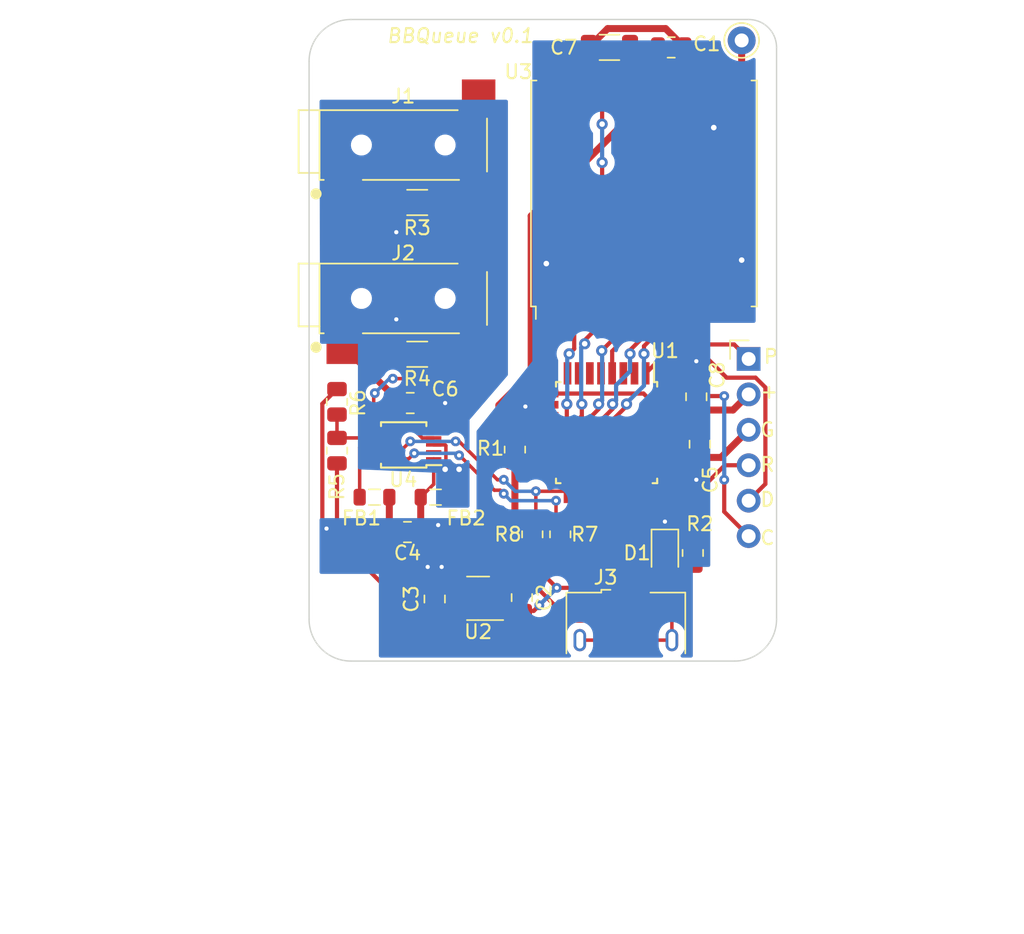
<source format=kicad_pcb>
(kicad_pcb (version 20221018) (generator pcbnew)
  (layers (0 "F.Cu" signal) (31 "B.Cu" signal) (34 "B.Paste" user) (35 "F.Paste" user) (36 "B.SilkS" user "B.Silkscreen") (37 "F.SilkS" user "F.Silkscreen") (38 "B.Mask" user) (39 "F.Mask" user) (44 "Edge.Cuts" user))
  (net 0 "")
  (net 1 "+5V")
  (net 2 "GND")
  (net 3 "+3.3V")
  (net 4 "/SWDIO")
  (net 5 "/SDA")
  (net 6 "/SCL")
  (net 7 "/D-")
  (net 8 "/D+")
  (net 19 "/RESET")
  (net 20 "/PA27")
  (net 21 "/SWCLK")
  (net 23 "/MISO")
  (net 24 "/MOSI")
  (net 25 "/SCK")
  (net 26 "/CSN")
  (net 27 "/RST")
  (net 29 "/ANT")
  (net 32 "/INTR")
  (net 38 "+3.3VA")
  (net 39 "GNDA")
  (net 40 "/PROBE_0")
  (net 41 "/PROBE_1")
  (net 43 "/BAT{slash}2")
  (net 44 "/PA08")
  (net 45 "/LED")
  (net 46 "unconnected-(J3-Shield-Pad6)")
  (net 47 "/PA00")
  (net 49 "/VDDCORE")
  (footprint "Package_SO:TSSOP-10_3x3mm_P0.5mm" (layer "F.Cu") (at 105.28 83.5 180)
    (fp_text reference "U4" (at 0.03 -2.5) (layer "F.SilkS"))
    (fp_text value "ADS1115IDGS")
    (pad "1" smd rect (at -2.15 -1 180) (size 1.1 0.25) (layers "F.Cu" "F.Paste" "F.Mask") (net 2 "GND"))
    (pad "2" smd rect (at -2.15 -0.5 180) (size 1.1 0.25) (layers "F.Cu" "F.Paste" "F.Mask"))
    (pad "3" smd rect (at -2.15 0 180) (size 1.1 0.25) (layers "F.Cu" "F.Paste" "F.Mask") (net 39 "GNDA"))
    (pad "4" smd rect (at -2.15 0.5 180) (size 1.1 0.25) (layers "F.Cu" "F.Paste" "F.Mask") (net 38 "+3.3VA"))
    (pad "5" smd rect (at -2.15 1 180) (size 1.1 0.25) (layers "F.Cu" "F.Paste" "F.Mask") (net 40 "/PROBE_0"))
    (pad "6" smd rect (at 2.15 1 180) (size 1.1 0.25) (layers "F.Cu" "F.Paste" "F.Mask") (net 41 "/PROBE_1"))
    (pad "7" smd rect (at 2.15 0.5 180) (size 1.1 0.25) (layers "F.Cu" "F.Paste" "F.Mask") (net 43 "/BAT{slash}2"))
    (pad "8" smd rect (at 2.15 0 180) (size 1.1 0.25) (layers "F.Cu" "F.Paste" "F.Mask") (net 38 "+3.3VA"))
    (pad "9" smd rect (at 2.15 -0.5 180) (size 1.1 0.25) (layers "F.Cu" "F.Paste" "F.Mask") (net 5 "/SDA"))
    (pad "10" smd rect (at 2.15 -1 180) (size 1.1 0.25) (layers "F.Cu" "F.Paste" "F.Mask") (net 6 "/SCL"))
  )
  (footprint "Inductor_SMD:L_0805_2012Metric" (layer "F.Cu") (at 107.5625 87.25)
    (fp_text reference "FB2" (at 2.1875 1.5) (layer "F.SilkS"))
    (fp_text value "FerriteBead_Small")
    (pad "1" smd roundrect (at -1.0625 0) (size 0.875 1.2) (layers "F.Cu" "F.Paste" "F.Mask") (net 2 "GND"))
    (pad "2" smd roundrect (at 1.0625 0) (size 0.875 1.2) (layers "F.Cu" "F.Paste" "F.Mask") (net 39 "GNDA"))
  )
  (footprint "Capacitor_SMD:C_1206_3216Metric" (layer "F.Cu") (at 120.025 55 180)
    (fp_text reference "C7" (at 3.275 0) (layer "F.SilkS"))
    (fp_text value "10uF")
    (pad "1" smd roundrect (at -1.475 0 180) (size 1.15 1.8) (layers "F.Cu" "F.Paste" "F.Mask") (roundrect_rratio 0.217391) (net 3 "+3.3V"))
    (pad "2" smd roundrect (at 1.475 0 180) (size 1.15 1.8) (layers "F.Cu" "F.Paste" "F.Mask") (roundrect_rratio 0.217391) (net 2 "GND"))
  )
  (footprint "MountingHole:MountingHole_2.2mm_M2" (layer "F.Cu") (at 101.5 56)
    (fp_text reference "H3")
    (fp_text value "MountingHole")
    (pad "" np_thru_hole circle (at 0 0) (size 2.2 2.2) (drill 2.2) (layers "*.Cu" "*.Mask"))
  )
  (footprint "Capacitor_SMD:C_0805_2012Metric" (layer "F.Cu") (at 105.75 80.5)
    (fp_text reference "C6" (at 2.5 -1) (layer "F.SilkS"))
    (fp_text value "0.1uF")
    (pad "1" smd roundrect (at -0.95 0) (size 1 1.45) (layers "F.Cu" "F.Paste" "F.Mask") (net 38 "+3.3VA"))
    (pad "2" smd roundrect (at 0.95 0) (size 1 1.45) (layers "F.Cu" "F.Paste" "F.Mask") (net 39 "GNDA"))
  )
  (footprint "Resistor_SMD:R_1206_3216Metric" (layer "F.Cu") (at 106.25 77 180)
    (fp_text reference "R4" (at 0 -1.75) (layer "F.SilkS"))
    (fp_text value "20k 0.5%")
    (pad "1" smd roundrect (at -1.4625 0 180) (size 1.125 1.75) (layers "F.Cu" "F.Paste" "F.Mask") (roundrect_rratio 0.222222) (net 41 "/PROBE_1"))
    (pad "2" smd roundrect (at 1.4625 0 180) (size 1.125 1.75) (layers "F.Cu" "F.Paste" "F.Mask") (roundrect_rratio 0.222222) (net 39 "GNDA"))
  )
  (footprint "Resistor_SMD:R_0805_2012Metric" (layer "F.Cu") (at 126 91.25 90)
    (fp_text reference "R2" (at 2.0875 0.5) (layer "F.SilkS"))
    (fp_text value "5.1k")
    (pad "1" smd roundrect (at -0.9125 0 90) (size 1.025 1.4) (layers "F.Cu" "F.Paste" "F.Mask") (roundrect_rratio 0.243902) (net 45 "/LED"))
    (pad "2" smd roundrect (at 0.9125 0 90) (size 1.025 1.4) (layers "F.Cu" "F.Paste" "F.Mask") (roundrect_rratio 0.243902) (net 20 "/PA27"))
  )
  (footprint "RF_Module:HOPERF_RFM9XW_SMD" (layer "F.Cu") (at 122.5 65.475 90)
    (fp_text reference "U3" (at 8.725 -9 180) (layer "F.SilkS"))
    (fp_text value "RFM69HCW")
    (pad "1" smd roundrect (at -7.525 -7 90) (size 2.95 1.27) (layers "F.Cu" "F.Paste" "F.Mask") (net 2 "GND"))
    (pad "2" smd roundrect (at -7.525 -5 90) (size 2.95 1.27) (layers "F.Cu" "F.Paste" "F.Mask") (net 23 "/MISO"))
    (pad "3" smd roundrect (at -7.525 -3 90) (size 2.95 1.27) (layers "F.Cu" "F.Paste" "F.Mask") (net 24 "/MOSI"))
    (pad "4" smd roundrect (at -7.525 -1 90) (size 2.95 1.27) (layers "F.Cu" "F.Paste" "F.Mask") (net 25 "/SCK"))
    (pad "5" smd roundrect (at -7.525 1 90) (size 2.95 1.27) (layers "F.Cu" "F.Paste" "F.Mask") (net 26 "/CSN"))
    (pad "6" smd roundrect (at -7.525 3 90) (size 2.95 1.27) (layers "F.Cu" "F.Paste" "F.Mask") (net 27 "/RST"))
    (pad "7" smd roundrect (at -7.525 5 90) (size 2.95 1.27) (layers "F.Cu" "F.Paste" "F.Mask"))
    (pad "8" smd roundrect (at -7.525 7 90) (size 2.95 1.27) (layers "F.Cu" "F.Paste" "F.Mask") (net 2 "GND"))
    (pad "9" smd roundrect (at 7.525 7 90) (size 2.95 1.27) (layers "F.Cu" "F.Paste" "F.Mask") (net 29 "/ANT"))
    (pad "10" smd roundrect (at 7.525 5 90) (size 2.95 1.27) (layers "F.Cu" "F.Paste" "F.Mask") (net 2 "GND"))
    (pad "11" smd roundrect (at 7.525 3 90) (size 2.95 1.27) (layers "F.Cu" "F.Paste" "F.Mask"))
    (pad "12" smd roundrect (at 7.525 1 90) (size 2.95 1.27) (layers "F.Cu" "F.Paste" "F.Mask"))
    (pad "13" smd roundrect (at 7.525 -1 90) (size 2.95 1.27) (layers "F.Cu" "F.Paste" "F.Mask") (net 3 "+3.3V"))
    (pad "14" smd roundrect (at 7.525 -3 90) (size 2.95 1.27) (layers "F.Cu" "F.Paste" "F.Mask") (net 32 "/INTR"))
    (pad "15" smd roundrect (at 7.525 -5 90) (size 2.95 1.27) (layers "F.Cu" "F.Paste" "F.Mask"))
    (pad "16" smd roundrect (at 7.525 -7 90) (size 2.95 1.27) (layers "F.Cu" "F.Paste" "F.Mask"))
  )
  (footprint "Capacitor_SMD:C_0805_2012Metric" (layer "F.Cu") (at 126.25 80.05 90)
    (fp_text reference "C8" (at 1.55 1.5 90) (layer "F.SilkS"))
    (fp_text value "100nF")
    (pad "1" smd roundrect (at -0.95 0 90) (size 1 1.45) (layers "F.Cu" "F.Paste" "F.Mask") (net 3 "+3.3V"))
    (pad "2" smd roundrect (at 0.95 0 90) (size 1 1.45) (layers "F.Cu" "F.Paste" "F.Mask") (net 2 "GND"))
  )
  (footprint "Resistor_SMD:R_1206_3216Metric" (layer "F.Cu") (at 106.25 66.12 180)
    (fp_text reference "R3" (at 0 -1.82) (layer "F.SilkS"))
    (fp_text value "20k 0.5%")
    (pad "1" smd roundrect (at -1.4625 0 180) (size 1.125 1.75) (layers "F.Cu" "F.Paste" "F.Mask") (roundrect_rratio 0.222222) (net 40 "/PROBE_0"))
    (pad "2" smd roundrect (at 1.4625 0 180) (size 1.125 1.75) (layers "F.Cu" "F.Paste" "F.Mask") (roundrect_rratio 0.222222) (net 39 "GNDA"))
  )
  (footprint "LED_SMD:LED_0805_2012Metric" (layer "F.Cu") (at 124 91.25 -90)
    (fp_text reference "D1" (at 0 2 -180) (layer "F.SilkS"))
    (fp_text value "LED")
    (pad "1" smd roundrect (at -0.9375 0 270) (size 0.975 1.4) (layers "F.Cu" "F.Paste" "F.Mask") (net 2 "GND"))
    (pad "2" smd roundrect (at 0.9375 0 270) (size 0.975 1.4) (layers "F.Cu" "F.Paste" "F.Mask") (net 45 "/LED"))
  )
  (footprint "MJ_2523_SMT_TR:CUI_MJ-2523-SMT" (layer "F.Cu") (at 105.25 73)
    (fp_text reference "J2" (at 0 -3.25) (layer "F.SilkS") (effects (font (size 1.000567 1.000567))))
    (fp_text value "MJ-2523-SMT")
    (pad "" np_thru_hole circle (at -3 0) (size 1 1) (drill 1) (layers "*.Cu" "*.Mask"))
    (pad "" np_thru_hole circle (at 3 0) (size 1 1) (drill 1) (layers "*.Cu" "*.Mask"))
    (pad "1" smd rect (at -4.3 3.3 90) (size 2.8 2.4) (layers "F.Cu" "F.Paste" "F.Mask") (net 38 "+3.3VA"))
    (pad "2" smd rect (at 5.4 3.45 90) (size 2.5 2.4) (layers "F.Cu" "F.Paste" "F.Mask") (net 41 "/PROBE_1"))
    (pad "4" smd rect (at 5.4 -3.45 90) (size 2.5 2.4) (layers "F.Cu" "F.Paste" "F.Mask"))
  )
  (footprint "Capacitor_SMD:C_0805_2012Metric" (layer "F.Cu") (at 126.5 83.45 -90)
    (fp_text reference "C5" (at 2.55 -0.75 90) (layer "F.SilkS"))
    (fp_text value "1uF")
    (pad "1" smd roundrect (at -0.95 0 270) (size 1 1.45) (layers "F.Cu" "F.Paste" "F.Mask") (net 49 "/VDDCORE"))
    (pad "2" smd roundrect (at 0.95 0 270) (size 1 1.45) (layers "F.Cu" "F.Paste" "F.Mask") (net 2 "GND"))
  )
  (footprint "Connector_PinHeader_2.54mm:PinHeader_1x06_P2.54mm_Vertical" (layer "F.Cu") (at 130 77.34)
    (fp_text reference "DBG1")
    (fp_text value "Conn_01x06_Pin")
    (pad "1" thru_hole rect (at 0 0) (size 1.7 1.7) (drill 1) (layers "*.Cu" "*.Mask") (net 47 "/PA00"))
    (pad "2" thru_hole oval (at 0 2.54) (size 1.7 1.7) (drill 1) (layers "*.Cu" "*.Mask") (net 3 "+3.3V"))
    (pad "3" thru_hole oval (at 0 5.08) (size 1.7 1.7) (drill 1) (layers "*.Cu" "*.Mask") (net 2 "GND"))
    (pad "4" thru_hole oval (at 0 7.62) (size 1.7 1.7) (drill 1) (layers "*.Cu" "*.Mask") (net 19 "/RESET"))
    (pad "5" thru_hole oval (at 0 10.16) (size 1.7 1.7) (drill 1) (layers "*.Cu" "*.Mask") (net 4 "/SWDIO"))
    (pad "6" thru_hole oval (at 0 12.7) (size 1.7 1.7) (drill 1) (layers "*.Cu" "*.Mask") (net 21 "/SWCLK"))
  )
  (footprint "Connector_USB:USB_Micro-B_Amphenol_10118193-0001LF_Horizontal" (layer "F.Cu") (at 121.2 97.5)
    (fp_text reference "J3" (at -1.45 -4.5) (layer "F.SilkS"))
    (fp_text value "USB_B_Micro")
    (pad "1" smd roundrect (at -1.3 -2.675) (size 0.4 1.35) (layers "F.Cu" "F.Paste" "F.Mask") (net 1 "+5V"))
    (pad "2" smd roundrect (at -0.65 -2.675) (size 0.4 1.35) (layers "F.Cu" "F.Paste" "F.Mask") (net 7 "/D-"))
    (pad "3" smd roundrect (at 0 -2.675) (size 0.4 1.35) (layers "F.Cu" "F.Paste" "F.Mask") (net 8 "/D+"))
    (pad "4" smd roundrect (at 0.65 -2.675) (size 0.4 1.35) (layers "F.Cu" "F.Paste" "F.Mask"))
    (pad "5" smd roundrect (at 1.3 -2.675) (size 0.4 1.35) (layers "F.Cu" "F.Paste" "F.Mask") (net 2 "GND"))
    (pad "6" thru_hole oval (at -3.3 0 90) (size 1.6 0.9) (drill oval 1.2 0.5) (layers "*.Cu" "*.Mask" "F.Paste") (net 46 "unconnected-(J3-Shield-Pad6)"))
    (pad "6" smd roundrect (at -3.2 -2.45) (size 1.6 1.4) (layers "F.Cu" "F.Paste" "F.Mask") (roundrect_rratio 0.1785714286) (net 46 "unconnected-(J3-Shield-Pad6)"))
    (pad "6" smd roundrect (at -1.2 0) (size 1.9 1.9) (layers "F.Cu" "F.Paste" "F.Mask") (roundrect_rratio 0.1315789474) (net 46 "unconnected-(J3-Shield-Pad6)"))
    (pad "6" smd roundrect (at 1.2 0) (size 1.9 1.9) (layers "F.Cu" "F.Paste" "F.Mask") (roundrect_rratio 0.1315789474) (net 46 "unconnected-(J3-Shield-Pad6)"))
    (pad "6" smd roundrect (at 3.2 -2.45) (size 1.6 1.4) (layers "F.Cu" "F.Paste" "F.Mask") (roundrect_rratio 0.1785714286) (net 46 "unconnected-(J3-Shield-Pad6)"))
    (pad "6" thru_hole oval (at 3.3 0 90) (size 1.6 0.9) (drill oval 1.2 0.5) (layers "*.Cu" "*.Mask" "F.Paste") (net 46 "unconnected-(J3-Shield-Pad6)"))
  )
  (footprint "Resistor_SMD:R_0805_2012Metric" (layer "F.Cu") (at 100.5 83.9125 90)
    (fp_text reference "R5" (at -2.5875 0 90) (layer "F.SilkS"))
    (fp_text value "100k 0.5%")
    (pad "1" smd roundrect (at -0.9125 0 90) (size 1.025 1.4) (layers "F.Cu" "F.Paste" "F.Mask") (roundrect_rratio 0.243902) (net 1 "+5V"))
    (pad "2" smd roundrect (at 0.9125 0 90) (size 1.025 1.4) (layers "F.Cu" "F.Paste" "F.Mask") (roundrect_rratio 0.243902) (net 43 "/BAT{slash}2"))
  )
  (footprint "Resistor_SMD:R_0805_2012Metric" (layer "F.Cu") (at 116.5 89.9125 -90)
    (fp_text reference "R7" (at 0 -1.75 -180) (layer "F.SilkS"))
    (fp_text value "10k")
    (pad "1" smd roundrect (at -0.9125 0 270) (size 1.025 1.4) (layers "F.Cu" "F.Paste" "F.Mask") (roundrect_rratio 0.243902) (net 6 "/SCL"))
    (pad "2" smd roundrect (at 0.9125 0 270) (size 1.025 1.4) (layers "F.Cu" "F.Paste" "F.Mask") (roundrect_rratio 0.243902) (net 3 "+3.3V"))
  )
  (footprint "Inductor_SMD:L_0805_2012Metric" (layer "F.Cu") (at 103.1875 87.25 180)
    (fp_text reference "FB1" (at 0.9375 -1.5) (layer "F.SilkS"))
    (fp_text value "FerriteBead_Small")
    (pad "1" smd roundrect (at -1.0625 0 180) (size 0.875 1.2) (layers "F.Cu" "F.Paste" "F.Mask") (net 3 "+3.3V"))
    (pad "2" smd roundrect (at 1.0625 0 180) (size 0.875 1.2) (layers "F.Cu" "F.Paste" "F.Mask") (net 38 "+3.3VA"))
  )
  (footprint "Capacitor_SMD:C_0805_2012Metric" (layer "F.Cu") (at 113.75 94.45 90)
    (fp_text reference "C2" (at 0 1.6 90) (layer "F.SilkS"))
    (fp_text value "10uF")
    (pad "1" smd roundrect (at -0.95 0 90) (size 1 1.45) (layers "F.Cu" "F.Paste" "F.Mask") (net 1 "+5V"))
    (pad "2" smd roundrect (at 0.95 0 90) (size 1 1.45) (layers "F.Cu" "F.Paste" "F.Mask") (net 2 "GND"))
  )
  (footprint "Package_TO_SOT_SMD:SOT-23-5" (layer "F.Cu") (at 110.6125 94.5 180)
    (fp_text reference "U2" (at 0 -2.4) (layer "F.SilkS"))
    (fp_text value "AP2112K-3.3")
    (pad "1" smd roundrect (at -1.1375 -0.95 180) (size 1.325 0.6) (layers "F.Cu" "F.Paste" "F.Mask") (net 1 "+5V"))
    (pad "2" smd roundrect (at -1.1375 0 180) (size 1.325 0.6) (layers "F.Cu" "F.Paste" "F.Mask") (net 2 "GND"))
    (pad "3" smd roundrect (at -1.1375 0.95 180) (size 1.325 0.6) (layers "F.Cu" "F.Paste" "F.Mask") (net 1 "+5V"))
    (pad "4" smd roundrect (at 1.1375 0.95 180) (size 1.325 0.6) (layers "F.Cu" "F.Paste" "F.Mask"))
    (pad "5" smd roundrect (at 1.1375 -0.95 180) (size 1.325 0.6) (layers "F.Cu" "F.Paste" "F.Mask") (net 3 "+3.3V"))
  )
  (footprint "Resistor_SMD:R_0805_2012Metric" (layer "F.Cu") (at 114.5 89.9125 -90)
    (fp_text reference "R8" (at 0 1.75 -180) (layer "F.SilkS"))
    (fp_text value "10k")
    (pad "1" smd roundrect (at -0.9125 0 270) (size 1.025 1.4) (layers "F.Cu" "F.Paste" "F.Mask") (roundrect_rratio 0.243902) (net 5 "/SDA"))
    (pad "2" smd roundrect (at 0.9125 0 270) (size 1.025 1.4) (layers "F.Cu" "F.Paste" "F.Mask") (roundrect_rratio 0.243902) (net 3 "+3.3V"))
  )
  (footprint "Capacitor_SMD:C_0805_2012Metric" (layer "F.Cu") (at 124.45 55)
    (fp_text reference "C1" (at 2.55 -0.25) (layer "F.SilkS"))
    (fp_text value "0.1uF")
    (pad "1" smd roundrect (at -0.95 0) (size 1 1.45) (layers "F.Cu" "F.Paste" "F.Mask") (net 3 "+3.3V"))
    (pad "2" smd roundrect (at 0.95 0) (size 1 1.45) (layers "F.Cu" "F.Paste" "F.Mask") (net 2 "GND"))
  )
  (footprint "Capacitor_SMD:C_0805_2012Metric" (layer "F.Cu") (at 107.5 94.55 90)
    (fp_text reference "C3" (at 0 -1.68 90) (layer "F.SilkS"))
    (fp_text value "10uF")
    (pad "1" smd roundrect (at -0.95 0 90) (size 1 1.45) (layers "F.Cu" "F.Paste" "F.Mask") (net 3 "+3.3V"))
    (pad "2" smd roundrect (at 0.95 0 90) (size 1 1.45) (layers "F.Cu" "F.Paste" "F.Mask") (net 2 "GND"))
  )
  (footprint "MJ_2523_SMT_TR:CUI_MJ-2523-SMT" (layer "F.Cu") (at 105.25 62)
    (fp_text reference "J1" (at 0 -3.5) (layer "F.SilkS") (effects (font (size 1.000567 1.000567))))
    (fp_text value "MJ-2523-SMT")
    (pad "" np_thru_hole circle (at -3 0) (size 1 1) (drill 1) (layers "*.Cu" "*.Mask"))
    (pad "" np_thru_hole circle (at 3 0) (size 1 1) (drill 1) (layers "*.Cu" "*.Mask"))
    (pad "1" smd rect (at -4.3 3.3 90) (size 2.8 2.4) (layers "F.Cu" "F.Paste" "F.Mask") (net 38 "+3.3VA"))
    (pad "2" smd rect (at 5.4 3.45 90) (size 2.5 2.4) (layers "F.Cu" "F.Paste" "F.Mask") (net 40 "/PROBE_0"))
    (pad "4" smd rect (at 5.4 -3.45 90) (size 2.5 2.4) (layers "F.Cu" "F.Paste" "F.Mask"))
  )
  (footprint "Resistor_SMD:R_0805_2012Metric" (layer "F.Cu") (at 113.25 83.8375 90)
    (fp_text reference "R1" (at 0.0875 -1.75 180) (layer "F.SilkS"))
    (fp_text value "5.1k")
    (pad "1" smd roundrect (at -0.9125 0 90) (size 1.025 1.4) (layers "F.Cu" "F.Paste" "F.Mask") (roundrect_rratio 0.243902) (net 3 "+3.3V"))
    (pad "2" smd roundrect (at 0.9125 0 90) (size 1.025 1.4) (layers "F.Cu" "F.Paste" "F.Mask") (roundrect_rratio 0.243902) (net 44 "/PA08"))
  )
  (footprint "Connector_Pin:Pin_D1.0mm_L10.0mm" (layer "F.Cu") (at 129.5 54.5)
    (fp_text reference "ANT1")
    (fp_text value "Conn_01x01_Pin")
    (pad "1" thru_hole circle (at 0 0) (size 2 2) (drill 1) (layers "*.Cu" "*.Mask") (net 29 "/ANT"))
  )
  (footprint "MountingHole:MountingHole_2.2mm_M2" (layer "F.Cu") (at 129 96)
    (fp_text reference "H1")
    (fp_text value "MountingHole")
    (pad "" np_thru_hole circle (at 0 0) (size 2.2 2.2) (drill 2.2) (layers "*.Cu" "*.Mask"))
  )
  (footprint "Package_QFP:TQFP-32_7x7mm_P0.8mm" (layer "F.Cu") (at 119.82 82.62 -90)
    (fp_text reference "U1" (at -5.87 -4.18 -180) (layer "F.SilkS"))
    (fp_text value "ATSAMD21E18A-A")
    (pad "1" smd rect (at -4.25 -2.8 270) (size 1.6 0.55) (layers "F.Cu" "F.Paste" "F.Mask") (net 47 "/PA00"))
    (pad "2" smd rect (at -4.25 -2 270) (size 1.6 0.55) (layers "F.Cu" "F.Paste" "F.Mask"))
    (pad "3" smd rect (at -4.25 -1.2 270) (size 1.6 0.55) (layers "F.Cu" "F.Paste" "F.Mask"))
    (pad "4" smd rect (at -4.25 -0.4 270) (size 1.6 0.55) (layers "F.Cu" "F.Paste" "F.Mask") (net 32 "/INTR"))
    (pad "5" smd rect (at -4.25 0.4 270) (size 1.6 0.55) (layers "F.Cu" "F.Paste" "F.Mask"))
    (pad "6" smd rect (at -4.25 1.2 270) (size 1.6 0.55) (layers "F.Cu" "F.Paste" "F.Mask"))
    (pad "7" smd rect (at -4.25 2 270) (size 1.6 0.55) (layers "F.Cu" "F.Paste" "F.Mask"))
    (pad "8" smd rect (at -4.25 2.8 270) (size 1.6 0.55) (layers "F.Cu" "F.Paste" "F.Mask"))
    (pad "9" smd rect (at -2.8 4.25) (size 1.6 0.55) (layers "F.Cu" "F.Paste" "F.Mask") (net 3 "+3.3V"))
    (pad "10" smd rect (at -2 4.25) (size 1.6 0.55) (layers "F.Cu" "F.Paste" "F.Mask") (net 2 "GND"))
    (pad "11" smd rect (at -1.2 4.25) (size 1.6 0.55) (layers "F.Cu" "F.Paste" "F.Mask") (net 44 "/PA08"))
    (pad "12" smd rect (at -0.4 4.25) (size 1.6 0.55) (layers "F.Cu" "F.Paste" "F.Mask") (net 23 "/MISO"))
    (pad "13" smd rect (at 0.4 4.25) (size 1.6 0.55) (layers "F.Cu" "F.Paste" "F.Mask") (net 24 "/MOSI"))
    (pad "14" smd rect (at 1.2 4.25) (size 1.6 0.55) (layers "F.Cu" "F.Paste" "F.Mask") (net 25 "/SCK"))
    (pad "15" smd rect (at 2 4.25) (size 1.6 0.55) (layers "F.Cu" "F.Paste" "F.Mask") (net 26 "/CSN"))
    (pad "16" smd rect (at 2.8 4.25) (size 1.6 0.55) (layers "F.Cu" "F.Paste" "F.Mask") (net 27 "/RST"))
    (pad "17" smd rect (at 4.25 2.8 270) (size 1.6 0.55) (layers "F.Cu" "F.Paste" "F.Mask") (net 5 "/SDA"))
    (pad "18" smd rect (at 4.25 2 270) (size 1.6 0.55) (layers "F.Cu" "F.Paste" "F.Mask") (net 6 "/SCL"))
    (pad "19" smd rect (at 4.25 1.2 270) (size 1.6 0.55) (layers "F.Cu" "F.Paste" "F.Mask"))
    (pad "20" smd rect (at 4.25 0.4 270) (size 1.6 0.55) (layers "F.Cu" "F.Paste" "F.Mask"))
    (pad "21" smd rect (at 4.25 -0.4 270) (size 1.6 0.55) (layers "F.Cu" "F.Paste" "F.Mask"))
    (pad "22" smd rect (at 4.25 -1.2 270) (size 1.6 0.55) (layers "F.Cu" "F.Paste" "F.Mask"))
    (pad "23" smd rect (at 4.25 -2 270) (size 1.6 0.55) (layers "F.Cu" "F.Paste" "F.Mask") (net 7 "/D-"))
    (pad "24" smd rect (at 4.25 -2.8 270) (size 1.6 0.55) (layers "F.Cu" "F.Paste" "F.Mask") (net 8 "/D+"))
    (pad "25" smd rect (at 2.8 -4.25) (size 1.6 0.55) (layers "F.Cu" "F.Paste" "F.Mask") (net 20 "/PA27"))
    (pad "26" smd rect (at 2 -4.25) (size 1.6 0.55) (layers "F.Cu" "F.Paste" "F.Mask") (net 19 "/RESET"))
    (pad "27" smd rect (at 1.2 -4.25) (size 1.6 0.55) (layers "F.Cu" "F.Paste" "F.Mask"))
    (pad "28" smd rect (at 0.4 -4.25) (size 1.6 0.55) (layers "F.Cu" "F.Paste" "F.Mask") (net 2 "GND"))
    (pad "29" smd rect (at -0.4 -4.25) (size 1.6 0.55) (layers "F.Cu" "F.Paste" "F.Mask") (net 49 "/VDDCORE"))
    (pad "30" smd rect (at -1.2 -4.25) (size 1.6 0.55) (layers "F.Cu" "F.Paste" "F.Mask") (net 3 "+3.3V"))
    (pad "31" smd rect (at -2 -4.25) (size 1.6 0.55) (layers "F.Cu" "F.Paste" "F.Mask") (net 21 "/SWCLK"))
    (pad "32" smd rect (at -2.8 -4.25) (size 1.6 0.55) (layers "F.Cu" "F.Paste" "F.Mask") (net 4 "/SWDIO"))
  )
  (footprint "Resistor_SMD:R_0805_2012Metric" (layer "F.Cu") (at 100.5 80.4125 90)
    (fp_text reference "R6" (at -0.0875 1.5 90) (layer "F.SilkS"))
    (fp_text value "100k 0.5%")
    (pad "1" smd roundrect (at -0.9125 0 90) (size 1.025 1.4) (layers "F.Cu" "F.Paste" "F.Mask") (roundrect_rratio 0.243902) (net 43 "/BAT{slash}2"))
    (pad "2" smd roundrect (at 0.9125 0 90) (size 1.025 1.4) (layers "F.Cu" "F.Paste" "F.Mask") (roundrect_rratio 0.243902) (net 2 "GND"))
  )
  (footprint "MountingHole:MountingHole_2.2mm_M2" (layer "F.Cu") (at 101.5 96)
    (fp_text reference "H2")
    (fp_text value "MountingHole")
    (pad "" np_thru_hole circle (at 0 0) (size 2.2 2.2) (drill 2.2) (layers "*.Cu" "*.Mask"))
  )
  (footprint "Capacitor_SMD:C_0805_2012Metric" (layer "F.Cu") (at 105.55 89.75)
    (fp_text reference "C4" (at 0 1.5) (layer "F.SilkS"))
    (fp_text value "1uF")
    (pad "1" smd roundrect (at -0.95 0) (size 1 1.45) (layers "F.Cu" "F.Paste" "F.Mask") (net 3 "+3.3V"))
    (pad "2" smd roundrect (at 0.95 0) (size 1 1.45) (layers "F.Cu" "F.Paste" "F.Mask") (net 2 "GND"))
  )
  (gr_arc locked (start 132 96) (mid 131.12132 98.12132) (end 129 99) (stroke (width 0.1)) (layer "Edge.Cuts"))
  (gr_line (start 98.5 56) (end 98.5 96) (stroke (width 0.1)) (layer "Edge.Cuts"))
  (gr_arc (start 98.5 56) (mid 99.37868 53.87868) (end 101.5 53) (stroke (width 0.1)) (layer "Edge.Cuts"))
  (gr_arc (start 101.5 99) (mid 99.37868 98.12132) (end 98.5 96) (stroke (width 0.1)) (layer "Edge.Cuts"))
  (gr_arc (start 130 53) (mid 131.414214 53.585786) (end 132 55) (stroke (width 0.1)) (layer "Edge.Cuts"))
  (gr_line (start 130 53) (end 101.5 53) (stroke (width 0.1)) (layer "Edge.Cuts"))
  (gr_line (start 101.5 99) (end 129 99) (stroke (width 0.1)) (layer "Edge.Cuts"))
  (gr_line (start 132 96) (end 132 55) (stroke (width 0.1)) (layer "Edge.Cuts"))
  (gr_text "G" (at 130.75 83) (layer "F.SilkS") (effects (font (size 1 1)) (justify left bottom)))
  (gr_text "C" (at 130.75 90.75) (layer "F.SilkS") (effects (font (size 1 1)) (justify left bottom)))
  (gr_text "D" (at 130.75 88) (layer "F.SilkS") (effects (font (size 1 1)) (justify left bottom)))
  (gr_text "+" (at 130.75 80.25) (layer "F.SilkS") (effects (font (size 1 1)) (justify left bottom)))
  (gr_text "P" (at 131 77.75) (layer "F.SilkS") (effects (font (size 1 1)) (justify left bottom)))
  (gr_text "R" (at 130.75 85.5) (layer "F.SilkS") (effects (font (size 1 1)) (justify left bottom)))
  (gr_text "BBQueue v0.1" (at 104 54.75) (layer "F.SilkS") (effects (font (size 1 1) (thickness 0.15) italic) (justify left bottom)))
  (segment (start 100.5 84.825) (end 100.5 90.21434) (width 0.3) (layer "F.Cu") (net 1))
  (segment (start 113.7 95.45) (end 113.75 95.4) (width 0.5) (layer "F.Cu") (net 1))
  (segment (start 114.6 95.4) (end 115 95) (width 0.3) (layer "F.Cu") (net 1))
  (segment (start 100.5 90.21434) (end 106.63566 96.35) (width 0.3) (layer "F.Cu") (net 1))
  (segment (start 110.85 96.35) (end 111.75 95.45) (width 0.3) (layer "F.Cu") (net 1))
  (segment (start 118.825 93.75) (end 119.9 94.825) (width 0.3) (layer "F.Cu") (net 1))
  (segment (start 116.25 93.75) (end 118.825 93.75) (width 0.3) (layer "F.Cu") (net 1))
  (segment (start 112.65 92.65) (end 111.75 93.55) (width 0.3) (layer "F.Cu") (net 1))
  (segment (start 116.25 93.75) (end 115.15 92.65) (width 0.3) (layer "F.Cu") (net 1))
  (segment (start 113.75 95.4) (end 114.6 95.4) (width 0.3) (layer "F.Cu") (net 1))
  (segment (start 115.15 92.65) (end 112.65 92.65) (width 0.3) (layer "F.Cu") (net 1))
  (segment (start 111.75 95.45) (end 113.7 95.45) (width 0.5) (layer "F.Cu") (net 1))
  (segment (start 106.63566 96.35) (end 110.85 96.35) (width 0.3) (layer "F.Cu") (net 1))
  (via (at 115 95) (size 0.7) (drill 0.3) (layers "F.Cu" "B.Cu") (net 1))
  (via (at 116.25 93.75) (size 0.7) (drill 0.3) (layers "F.Cu" "B.Cu") (net 1))
  (segment (start 115 95) (end 116.25 93.75) (width 0.3) (layer "B.Cu") (net 1))
  (segment (start 115.57 80.62) (end 114.13 80.62) (width 0.3) (layer "F.Cu") (net 2))
  (segment (start 118.55 55) (end 119.9 53.65) (width 0.5) (layer "F.Cu") (net 2))
  (segment (start 125.4 55) (end 127.5 57.1) (width 0.5) (layer "F.Cu") (net 2))
  (segment (start 99.75 89.5) (end 99.45 89.2) (width 0.3) (layer "F.Cu") (net 2))
  (segment (start 126.25 79.1) (end 126.25 77.5) (width 0.5) (layer "F.Cu") (net 2))
  (segment (start 107.5 92.75) (end 107 92.25) (width 0.5) (layer "F.Cu") (net 2))
  (segment (start 127.5 57.1) (end 127.5 57.95) (width 0.5) (layer "F.Cu") (net 2))
  (segment (start 126.25 84.65) (end 126.25 86) (width 0.5) (layer "F.Cu") (net 2))
  (segment (start 107.5 92.75) (end 108 92.25) (width 0.5) (layer "F.Cu") (net 2))
  (segment (start 107.5 93.6) (end 108.4 94.5) (width 0.5) (layer "F.Cu") (net 2))
  (segment (start 119.9 53.65) (end 124.05 53.65) (width 0.5) (layer "F.Cu") (net 2))
  (segment (start 108.4 94.5) (end 111.75 94.5) (width 0.5) (layer "F.Cu") (net 2))
  (segment (start 122.5 95.486396) (end 121.886396 96.1) (width 0.3) (layer "F.Cu") (net 2))
  (segment (start 107 89.25) (end 107.75 89.25) (width 0.5) (layer "F.Cu") (net 2))
  (segment (start 129.5 73) (end 129.5 70.25) (width 0.5) (layer "F.Cu") (net 2))
  (segment (start 122.5 94.825) (end 122.5 95.486396) (width 0.3) (layer "F.Cu") (net 2))
  (segment (start 124.07 83.02) (end 125.12 83.02) (width 0.3) (layer "F.Cu") (net 2))
  (segment (start 107.5 93.6) (end 107.5 92.75) (width 0.5) (layer "F.Cu") (net 2))
  (segment (start 128.02 84.4) (end 130 82.42) (width 0.5) (layer "F.Cu") (net 2))
  (segment (start 106.5 87.25) (end 106.5 89.75) (width 0.5) (layer "F.Cu") (net 2))
  (segment (start 124 90.3125) (end 124 89) (width 0.5) (layer "F.Cu") (net 2))
  (segment (start 114.601472 93.5) (end 113.75 93.5) (width 0.3) (layer "F.Cu") (net 2))
  (segment (start 124.05 53.65) (end 125.4 55) (width 0.5) (layer "F.Cu") (net 2))
  (segment (start 107.43 84.5) (end 107.43 86.32) (width 0.25) (layer "F.Cu") (net 2))
  (segment (start 111.75 94.5) (end 112.75 94.5) (width 0.5) (layer "F.Cu") (net 2))
  (segment (start 126.5 84.4) (end 126.25 84.65) (width 0.5) (layer "F.Cu") (net 2))
  (segment (start 107.43 86.32) (end 106.5 87.25) (width 0.25) (layer "F.Cu") (net 2))
  (segment (start 121.886396 96.1) (end 117.201472 96.1) (width 0.3) (layer "F.Cu") (net 2))
  (segment (start 127.5 57.95) (end 127.5 60.75) (width 0.5) (layer "F.Cu") (net 2))
  (segment (start 112.75 94.5) (end 113.75 93.5) (width 0.5) (layer "F.Cu") (net 2))
  (segment (start 99.45 80.55) (end 100.5 79.5) (width 0.3) (layer "F.Cu") (net 2))
  (segment (start 106.5 89.75) (end 107 89.25) (width 0.5) (layer "F.Cu") (net 2))
  (segment (start 114.13 80.62) (end 114 80.75) (width 0.3) (layer "F.Cu") (net 2))
  (segment (start 125.12 83.02) (end 126.5 84.4) (width 0.3) (layer "F.Cu") (net 2))
  (segment (start 115.5 73) (end 115.5 70.5) (width 0.5) (layer "F.Cu") (net 2))
  (segment (start 117.201472 96.1) (end 114.601472 93.5) (width 0.3) (layer "F.Cu") (net 2))
  (segment (start 99.45 89.2) (end 99.45 80.55) (width 0.3) (layer "F.Cu") (net 2))
  (segment (start 126.5 84.4) (end 128.02 84.4) (width 0.5) (layer "F.Cu") (net 2))
  (via (at 127.5 60.75) (size 0.8) (drill 0.4) (layers "F.Cu" "B.Cu") (net 2))
  (via (at 108 92.25) (size 0.7) (drill 0.3) (layers "F.Cu" "B.Cu") (net 2))
  (via (at 115.5 70.5) (size 0.8) (drill 0.4) (layers "F.Cu" "B.Cu") (net 2))
  (via (at 124 89) (size 0.7) (drill 0.3) (layers "F.Cu" "B.Cu") (net 2))
  (via (at 107 92.25) (size 0.7) (drill 0.3) (layers "F.Cu" "B.Cu") (net 2))
  (via (at 114 80.75) (size 0.7) (drill 0.3) (layers "F.Cu" "B.Cu") (net 2))
  (via (at 126.25 86) (size 0.7) (drill 0.3) (layers "F.Cu" "B.Cu") (net 2))
  (via (at 99.75 89.5) (size 0.7) (drill 0.3) (layers "F.Cu" "B.Cu") (net 2))
  (via (at 126.25 77.5) (size 0.7) (drill 0.3) (layers "F.Cu" "B.Cu") (net 2))
  (via (at 129.5 70.25) (size 0.8) (drill 0.4) (layers "F.Cu" "B.Cu") (net 2))
  (via (at 107.75 89.25) (size 0.7) (drill 0.3) (layers "F.Cu" "B.Cu") (net 2))
  (segment (start 121.6 57.85) (end 121.5 57.95) (width 0.5) (layer "F.Cu") (net 3))
  (segment (start 121.5 55) (end 121.6 55) (width 0.5) (layer "F.Cu") (net 3))
  (segment (start 113.25 84.75) (end 113.25 90.825) (width 0.5) (layer "F.Cu") (net 3))
  (segment (start 121.6 55) (end 121.6 57.85) (width 0.5) (layer "F.Cu") (net 3))
  (segment (start 113.25 84.75) (end 112.1 83.6) (width 0.5) (layer "F.Cu") (net 3))
  (segment (start 114.82 79.82) (end 113.875 78.875) (width 0.3) (layer "F.Cu") (net 3))
  (segment (start 109.475 95.45) (end 107.55 95.45) (width 0.5) (layer "F.Cu") (net 3))
  (segment (start 115.57 79.82) (end 114.82 79.82) (width 0.3) (layer "F.Cu") (net 3))
  (segment (start 112.1 80.65) (end 113.875 78.875) (width 0.5) (layer "F.Cu") (net 3))
  (segment (start 128.88 81) (end 130 79.88) (width 0.5) (layer "F.Cu") (net 3))
  (segment (start 113.25 90.825) (end 114.5 90.825) (width 0.5) (layer "F.Cu") (net 3))
  (segment (start 107.5 95.5) (end 107.118629 95.5) (width 0.5) (layer "F.Cu") (net 3))
  (segment (start 122.92 81.245) (end 123.095 81.42) (width 0.3) (layer "F.Cu") (net 3))
  (segment (start 113.875 78.875) (end 114.415 78.335) (width 0.5) (layer "F.Cu") (net 3))
  (segment (start 124.07 81.42) (end 125.83 81.42) (width 0.3) (layer "F.Cu") (net 3))
  (segment (start 104.6 92.981371) (end 104.6 92) (width 0.5) (layer "F.Cu") (net 3))
  (segment (start 104.25 89.4) (end 104.6 89.75) (width 0.5) (layer "F.Cu") (net 3))
  (segment (start 121.5 57) (end 121.5 57.95) (width 0.5) (layer "F.Cu") (net 3))
  (segment (start 107.55 95.45) (end 107.5 95.5) (width 0.5) (layer "F.Cu") (net 3))
  (segment (start 122.92 80.27) (end 122.92 81.245) (width 0.3) (layer "F.Cu") (net 3))
  (segment (start 121.5 60) (end 121.5 57.95) (width 0.5) (layer "F.Cu") (net 3))
  (segment (start 125.83 81.42) (end 126.25 81) (width 0.3) (layer "F.Cu") (net 3))
  (segment (start 112.1 83.6) (end 112.1 80.65) (width 0.5) (layer "F.Cu") (net 3))
  (segment (start 123.5 55) (end 121.5 57) (width 0.5) (layer "F.Cu") (net 3))
  (segment (start 107.175 90.825) (end 106.184314 91.815686) (width 0.5) (layer "F.Cu") (net 3))
  (segment (start 114.415 78.335) (end 114.415 67.085) (width 0.5) (layer "F.Cu") (net 3))
  (segment (start 123.095 81.42) (end 124.07 81.42) (width 0.3) (layer "F.Cu") (net 3))
  (segment (start 115.57 79.82) (end 122.47 79.82) (width 0.3) (layer "F.Cu") (net 3))
  (segment (start 122.47 79.82) (end 122.92 80.27) (width 0.3) (layer "F.Cu") (net 3))
  (segment (start 126.25 81) (end 128.88 81) (width 0.5) (layer "F.Cu") (net 3))
  (segment (start 104.25 87.25) (end 104.25 89.4) (width 0.5) (layer "F.Cu") (net 3))
  (segment (start 114.5 90.825) (end 116.5 90.825) (width 0.5) (layer "F.Cu") (net 3))
  (segment (start 114.415 67.085) (end 121.5 60) (width 0.5) (layer "F.Cu") (net 3))
  (segment (start 106.184314 91.815686) (end 106.184314 94.565686) (width 0.5) (layer "F.Cu") (net 3))
  (segment (start 107.118629 95.5) (end 106.184314 94.565686) (width 0.5) (layer "F.Cu") (net 3))
  (segment (start 104.6 92) (end 104.6 89.75) (width 0.5) (layer "F.Cu") (net 3))
  (segment (start 106.184314 94.565686) (end 104.6 92.981371) (width 0.5) (layer "F.Cu") (net 3))
  (segment (start 113.25 90.825) (end 107.175 90.825) (width 0.5) (layer "F.Cu") (net 3))
  (segment (start 130.497057 78.68) (end 131.2 79.382943) (width 0.3) (layer "F.Cu") (net 4))
  (segment (start 124.07 79.82) (end 124.07 78.69005) (width 0.3) (layer "F.Cu") (net 4))
  (segment (start 131.2 86.3) (end 130 87.5) (width 0.3) (layer "F.Cu") (net 4))
  (segment (start 131.2 79.382943) (end 131.2 86.3) (width 0.3) (layer "F.Cu") (net 4))
  (segment (start 125.96005 76.8) (end 126.53995 76.8) (width 0.3) (layer "F.Cu") (net 4))
  (segment (start 128.41995 78.68) (end 130.497057 78.68) (width 0.3) (layer "F.Cu") (net 4))
  (segment (start 124.07 78.69005) (end 125.96005 76.8) (width 0.3) (layer "F.Cu") (net 4))
  (segment (start 126.53995 76.8) (end 128.41995 78.68) (width 0.3) (layer "F.Cu") (net 4))
  (segment (start 112 86) (end 109.25 83.25) (width 0.25) (layer "F.Cu") (net 5))
  (segment (start 114.75 88.75) (end 114.5 89) (width 0.25) (layer "F.Cu") (net 5))
  (segment (start 109.25 83.25) (end 109 83.25) (width 0.25) (layer "F.Cu") (net 5))
  (segment (start 116.975 86.825) (end 117.02 86.87) (width 0.25) (layer "F.Cu") (net 5))
  (segment (start 112.4505 86) (end 112 86) (width 0.25) (layer "F.Cu") (net 5))
  (segment (start 114.75 86.825) (end 116.975 86.825) (width 0.25) (layer "F.Cu") (net 5))
  (segment (start 103.13 84) (end 105 84) (width 0.25) (layer "F.Cu") (net 5))
  (segment (start 114.75 86.825) (end 114.75 88.75) (width 0.25) (layer "F.Cu") (net 5))
  (segment (start 105 84) (end 105.75 83.25) (width 0.25) (layer "F.Cu") (net 5))
  (via (at 105.75 83.25) (size 0.7) (drill 0.3) (layers "F.Cu" "B.Cu") (net 5))
  (via (at 109 83.25) (size 0.7) (drill 0.3) (layers "F.Cu" "B.Cu") (net 5))
  (via (at 112.4505 86) (size 0.7) (drill 0.3) (layers "F.Cu" "B.Cu") (net 5))
  (via (at 114.75 86.825) (size 0.7) (drill 0.3) (layers "F.Cu" "B.Cu") (net 5))
  (segment (start 112.4505 86) (end 113.2755 86.825) (width 0.25) (layer "B.Cu") (net 5))
  (segment (start 105.75 83.25) (end 109 83.25) (width 0.25) (layer "B.Cu") (net 5))
  (segment (start 113.2755 86.825) (end 114.75 86.825) (width 0.25) (layer "B.Cu") (net 5))
  (segment (start 117.82 87.68) (end 117.82 86.87) (width 0.3) (layer "F.Cu") (net 6))
  (segment (start 116.5 89) (end 117.82 87.68) (width 0.3) (layer "F.Cu") (net 6))
  (segment (start 105.637791 84.5) (end 106.034448 84.103343) (width 0.25) (layer "F.Cu") (net 6))
  (segment (start 111.7755 86.750195) (end 109.275305 84.25) (width 0.25) (layer "F.Cu") (net 6))
  (segment (start 112.199001 86.750195) (end 111.7755 86.750195) (width 0.25) (layer "F.Cu") (net 6))
  (segment (start 112.4505 87.001694) (end 112.199001 86.750195) (width 0.25) (layer "F.Cu") (net 6))
  (segment (start 109.275305 84.25) (end 109.25 84.25) (width 0.25) (layer "F.Cu") (net 6))
  (segment (start 116.195498 87.5) (end 116.195498 88.695498) (width 0.25) (layer "F.Cu") (net 6))
  (segment (start 116.195498 88.695498) (end 116.5 89) (width 0.25) (layer "F.Cu") (net 6))
  (segment (start 103.13 84.5) (end 105.637791 84.5) (width 0.25) (layer "F.Cu") (net 6))
  (via (at 109.25 84.25) (size 0.7) (drill 0.3) (layers "F.Cu" "B.Cu") (net 6))
  (via (at 116.195498 87.5) (size 0.7) (drill 0.3) (layers "F.Cu" "B.Cu") (net 6))
  (via (at 106.034448 84.103343) (size 0.7) (drill 0.3) (layers "F.Cu" "B.Cu") (net 6))
  (via (at 112.4505 87.001694) (size 0.7) (drill 0.3) (layers "F.Cu" "B.Cu") (net 6))
  (segment (start 116.195498 87.5) (end 112.948806 87.5) (width 0.25) (layer "B.Cu") (net 6))
  (segment (start 112.948806 87.5) (end 112.4505 87.001694) (width 0.25) (layer "B.Cu") (net 6))
  (segment (start 106.034448 84.103343) (end 109.103343 84.103343) (width 0.25) (layer "B.Cu") (net 6))
  (segment (start 109.103343 84.103343) (end 109.25 84.25) (width 0.25) (layer "B.Cu") (net 6))
  (segment (start 121.995 92.789315) (end 120.7 94.084315) (width 0.2) (layer "F.Cu") (net 7))
  (segment (start 120.7 94.675) (end 120.55 94.825) (width 0.2) (layer "F.Cu") (net 7))
  (segment (start 121.995 88.245001) (end 121.995 92.789315) (width 0.2) (layer "F.Cu") (net 7))
  (segment (start 121.82 86.87) (end 121.82 88.070001) (width 0.2) (layer "F.Cu") (net 7))
  (segment (start 120.7 94.084315) (end 120.7 94.675) (width 0.2) (layer "F.Cu") (net 7))
  (segment (start 121.82 88.070001) (end 121.995 88.245001) (width 0.2) (layer "F.Cu") (net 7))
  (segment (start 121.2 94.811397) (end 121.2 94.825) (width 0.2) (layer "F.Cu") (net 8))
  (segment (start 122.62 86.87) (end 122.62 88.070001) (width 0.2) (layer "F.Cu") (net 8))
  (segment (start 122.445 88.245001) (end 122.445 92.989315) (width 0.2) (layer "F.Cu") (net 8))
  (segment (start 121.35 94.084315) (end 121.35 94.661397) (width 0.2) (layer "F.Cu") (net 8))
  (segment (start 122.62 88.070001) (end 122.445 88.245001) (width 0.2) (layer "F.Cu") (net 8))
  (segment (start 121.35 94.661397) (end 121.2 94.811397) (width 0.2) (layer "F.Cu") (net 8))
  (segment (start 122.445 92.989315) (end 121.35 94.084315) (width 0.2) (layer "F.Cu") (net 8))
  (segment (start 125.17 84.62) (end 125.5 84.95) (width 0.3) (layer "F.Cu") (net 19))
  (segment (start 125.5 84.95) (end 125.5 86.23995) (width 0.3) (layer "F.Cu") (net 19))
  (segment (start 125.5 86.23995) (end 126.01005 86.75) (width 0.3) (layer "F.Cu") (net 19))
  (segment (start 126.01005 86.75) (end 126.5 86.75) (width 0.3) (layer "F.Cu") (net 19))
  (segment (start 128.29 84.96) (end 130 84.96) (width 0.3) (layer "F.Cu") (net 19))
  (segment (start 126.5 86.75) (end 128.29 84.96) (width 0.3) (layer "F.Cu") (net 19))
  (segment (start 124.07 84.62) (end 125.17 84.62) (width 0.3) (layer "F.Cu") (net 19))
  (segment (start 126 90) (end 124.07 88.07) (width 0.3) (layer "F.Cu") (net 20))
  (segment (start 126 90.3375) (end 126 90) (width 0.3) (layer "F.Cu") (net 20))
  (segment (start 124.07 88.07) (end 124.07 85.42) (width 0.3) (layer "F.Cu") (net 20))
  (segment (start 125.056472 80.62) (end 124.07 80.62) (width 0.3) (layer "F.Cu") (net 21))
  (segment (start 128.25 88.29) (end 130 90.04) (width 0.3) (layer "F.Cu") (net 21))
  (segment (start 128.25 80) (end 125.676472 80) (width 0.3) (layer "F.Cu") (net 21))
  (segment (start 125.676472 80) (end 125.056472 80.62) (width 0.3) (layer "F.Cu") (net 21))
  (segment (start 128.25 86) (end 128.25 88.29) (width 0.3) (layer "F.Cu") (net 21))
  (via (at 128.25 80) (size 0.7) (drill 0.3) (layers "F.Cu" "B.Cu") (net 21))
  (via (at 128.25 86) (size 0.7) (drill 0.3) (layers "F.Cu" "B.Cu") (net 21))
  (segment (start 128.25 80) (end 128.25 86) (width 0.3) (layer "B.Cu") (net 21))
  (segment (start 116.545 82.22) (end 115.57 82.22) (width 0.3) (layer "F.Cu") (net 23))
  (segment (start 117.5 76.609154) (end 117.5 73) (width 0.3) (layer "F.Cu") (net 23))
  (segment (start 117.138656 76.970498) (end 117.5 76.609154) (width 0.3) (layer "F.Cu") (net 23))
  (segment (start 116.970002 81.794998) (end 116.545 82.22) (width 0.3) (layer "F.Cu") (net 23))
  (segment (start 116.970002 80.5695) (end 116.970002 81.794998) (width 0.3) (layer "F.Cu") (net 23))
  (via (at 117.138656 76.970498) (size 0.8) (drill 0.4) (layers "F.Cu" "B.Cu") (net 23))
  (via (at 116.970002 80.5695) (size 0.8) (drill 0.4) (layers "F.Cu" "B.Cu") (net 23))
  (segment (start 117.138656 76.970498) (end 117 77.109154) (width 0.3) (layer "B.Cu") (net 23))
  (segment (start 117 80.539502) (end 116.970002 80.5695) (width 0.3) (layer "B.Cu") (net 23))
  (segment (start 117 77.109154) (end 117 80.539502) (width 0.3) (layer "B.Cu") (net 23))
  (segment (start 119.25 73.25) (end 119.5 73) (width 0.3) (layer "F.Cu") (net 24))
  (segment (start 118.25 76) (end 119.25 75) (width 0.3) (layer "F.Cu") (net 24))
  (segment (start 116.452106 83.02) (end 115.57 83.02) (width 0.3) (layer "F.Cu") (net 24))
  (segment (start 118.25 76.25) (end 118.25 76) (width 0.3) (layer "F.Cu") (net 24))
  (segment (start 118.045029 81.427077) (end 116.452106 83.02) (width 0.3) (layer "F.Cu") (net 24))
  (segment (start 119.25 75) (end 119.25 73.25) (width 0.3) (layer "F.Cu") (net 24))
  (segment (start 118.045029 80.5695) (end 118.045029 81.427077) (width 0.3) (layer "F.Cu") (net 24))
  (via (at 118.25 76.25) (size 0.8) (drill 0.4) (layers "F.Cu" "B.Cu") (net 24))
  (via (at 118.045029 80.5695) (size 0.8) (drill 0.4) (layers "F.Cu" "B.Cu") (net 24))
  (segment (start 118 76.5) (end 118 80.524471) (width 0.3) (layer "B.Cu") (net 24))
  (segment (start 118 80.524471) (end 118.045029 80.5695) (width 0.3) (layer "B.Cu") (net 24))
  (segment (start 118.25 76.25) (end 118 76.5) (width 0.3) (layer "B.Cu") (net 24))
  (segment (start 119.25 80.5695) (end 119.25 80.929212) (width 0.3) (layer "F.Cu") (net 25))
  (segment (start 119.25 80.929212) (end 116.359212 83.82) (width 0.3) (layer "F.Cu") (net 25))
  (segment (start 119.471149 76.748798) (end 121.5 74.719947) (width 0.3) (layer "F.Cu") (net 25))
  (segment (start 121.5 74.719947) (end 121.5 73) (width 0.3) (layer "F.Cu") (net 25))
  (segment (start 116.359212 83.82) (end 115.57 83.82) (width 0.3) (layer "F.Cu") (net 25))
  (via (at 119.25 80.5695) (size 0.8) (drill 0.4) (layers "F.Cu" "B.Cu") (net 25))
  (via (at 119.471149 76.748798) (size 0.8) (drill 0.4) (layers "F.Cu" "B.Cu") (net 25))
  (segment (start 119.471149 76.748798) (end 119.5 76.777649) (width 0.3) (layer "B.Cu") (net 25))
  (segment (start 119.5 80.3195) (end 119.25 80.5695) (width 0.3) (layer "B.Cu") (net 25))
  (segment (start 119.5 76.777649) (end 119.5 80.3195) (width 0.3) (layer "B.Cu") (net 25))
  (segment (start 121.5 76.970498) (end 121.5 76.711882) (width 0.3) (layer "F.Cu") (net 26))
  (segment (start 121.5 76.711882) (end 123.5 74.711882) (width 0.3) (layer "F.Cu") (net 26))
  (segment (start 120.250497 80.914503) (end 116.545 84.62) (width 0.3) (layer "F.Cu") (net 26))
  (segment (start 123.5 74.711882) (end 123.5 73) (width 0.3) (layer "F.Cu") (net 26))
  (segment (start 120.250497 80.5695) (end 120.250497 80.914503) (width 0.3) (layer "F.Cu") (net 26))
  (segment (start 116.545 84.62) (end 115.57 84.62) (width 0.3) (layer "F.Cu") (net 26))
  (via (at 120.250497 80.5695) (size 0.8) (drill 0.4) (layers "F.Cu" "B.Cu") (net 26))
  (via (at 121.5 76.970498) (size 0.8) (drill 0.4) (layers "F.Cu" "B.Cu") (net 26))
  (segment (start 120.5 80.319997) (end 120.250497 80.5695) (width 0.3) (layer "B.Cu") (net 26))
  (segment (start 121.5 78.220498) (end 120.5 79.220498) (width 0.3) (layer "B.Cu") (net 26))
  (segment (start 121.5 76.970498) (end 121.5 78.220498) (width 0.3) (layer "B.Cu") (net 26))
  (segment (start 120.5 79.220498) (end 120.5 80.319997) (width 0.3) (layer "B.Cu") (net 26))
  (segment (start 122.5 76.970498) (end 122.5 76.418988) (width 0.3) (layer "F.Cu") (net 27))
  (segment (start 125.5 73.418988) (end 125.5 73) (width 0.3) (layer "F.Cu") (net 27))
  (segment (start 122.5 76.418988) (end 125.5 73.418988) (width 0.3) (layer "F.Cu") (net 27))
  (segment (start 121.25 80.715) (end 116.545 85.42) (width 0.3) (layer "F.Cu") (net 27))
  (segment (start 116.545 85.42) (end 115.57 85.42) (width 0.3) (layer "F.Cu") (net 27))
  (segment (start 121.25 80.5695) (end 121.25 80.715) (width 0.3) (layer "F.Cu") (net 27))
  (via (at 122.5 76.970498) (size 0.8) (drill 0.4) (layers "F.Cu" "B.Cu") (net 27))
  (via (at 121.25 80.5695) (size 0.8) (drill 0.4) (layers "F.Cu" "B.Cu") (net 27))
  (segment (start 122.5 76.970498) (end 122.5 79.25) (width 0.3) (layer "B.Cu") (net 27))
  (segment (start 121.25 80.5) (end 121.25 80.5695) (width 0.3) (layer "B.Cu") (net 27))
  (segment (start 122.5 79.25) (end 121.25 80.5) (width 0.3) (layer "B.Cu") (net 27))
  (segment (start 129.5 57.95) (end 129.5 54.5) (width 0.5) (layer "F.Cu") (net 29))
  (segment (start 122.485 68.985) (end 122.485 74.515) (width 0.3) (layer "F.Cu") (net 32))
  (segment (start 122.485 74.515) (end 120.22 76.78) (width 0.3) (layer "F.Cu") (net 32))
  (segment (start 119.5 57.95) (end 119.5 60.5) (width 0.3) (layer "F.Cu") (net 32))
  (segment (start 119.5 66) (end 122.485 68.985) (width 0.3) (layer "F.Cu") (net 32))
  (segment (start 120.22 76.78) (end 120.22 78.37) (width 0.3) (layer "F.Cu") (net 32))
  (segment (start 119.5 63.25) (end 119.5 66) (width 0.3) (layer "F.Cu") (net 32))
  (via (at 119.5 60.5) (size 0.8) (drill 0.4) (layers "F.Cu" "B.Cu") (net 32))
  (via (at 119.5 63.25) (size 0.8) (drill 0.4) (layers "F.Cu" "B.Cu") (net 32))
  (segment (start 119.5 60.5) (end 119.5 63.25) (width 0.3) (layer "B.Cu") (net 32))
  (segment (start 104.8 80.25) (end 104.8 80.5) (width 0.5) (layer "F.Cu") (net 38))
  (segment (start 102.305 83.5) (end 102.125 83.68) (width 0.25) (layer "F.Cu") (net 38))
  (segment (start 100.95 76.3) (end 100.95 76.4) (width 0.5) (layer "F.Cu") (net 38))
  (segment (start 104.8 81.195) (end 104.8 80.5) (width 0.25) (layer "F.Cu") (net 38))
  (segment (start 107.43 83) (end 106.605 83) (width 0.25) (layer "F.Cu") (net 38))
  (segment (start 103.13 83.5) (end 103.955 83.5) (width 0.25) (layer "F.Cu") (net 38))
  (segment (start 106.605 83) (end 104.8 81.195) (width 0.25) (layer "F.Cu") (net 38))
  (segment (start 104.8 82.655) (end 104.8 80.5) (width 0.25) (layer "F.Cu") (net 38))
  (segment (start 103.13 83.5) (end 102.305 83.5) (width 0.25) (layer "F.Cu") (net 38))
  (segment (start 103.955 83.5) (end 104.8 82.655) (width 0.25) (layer "F.Cu") (net 38))
  (segment (start 100.95 76.3) (end 100.95 65.3) (width 0.5) (layer "F.Cu") (net 38))
  (segment (start 100.95 76.4) (end 104.8 80.25) (width 0.5) (layer "F.Cu") (net 38))
  (segment (start 102.125 83.68) (end 102.125 87.25) (width 0.25) (layer "F.Cu") (net 38))
  (segment (start 108.625 87.25) (end 108.625 85.875) (width 0.3) (layer "F.Cu") (net 39))
  (segment (start 108.255 83.5) (end 108.305 83.55) (width 0.25) (layer "F.Cu") (net 39))
  (segment (start 108.625 87.25) (end 108.625 85.625) (width 0.3) (layer "F.Cu") (net 39))
  (segment (start 104.7875 74.5375) (end 104.75 74.5) (width 0.5) (layer "F.Cu") (net 39))
  (segment (start 104.7875 68.2125) (end 104.75 68.25) (width 0.5) (layer "F.Cu") (net 39))
  (segment (start 108.305 83.55) (end 108.305 85.195) (width 0.25) (layer "F.Cu") (net 39))
  (segment (start 108.305 85.195) (end 108.25 85.25) (width 0.25) (layer "F.Cu") (net 39))
  (segment (start 108.625 85.875) (end 109.25 85.25) (width 0.3) (layer "F.Cu") (net 39))
  (segment (start 106.7 80.5) (end 108.25 80.5) (width 0.5) (layer "F.Cu") (net 39))
  (segment (start 107.43 83.5) (end 108.255 83.5) (width 0.25) (layer "F.Cu") (net 39))
  (segment (start 104.7875 77) (end 104.7875 74.5375) (width 0.5) (layer "F.Cu") (net 39))
  (segment (start 108.625 85.625) (end 108.25 85.25) (width 0.3) (layer "F.Cu") (net 39))
  (segment (start 104.7875 66.12) (end 104.7875 68.2125) (width 0.5) (layer "F.Cu") (net 39))
  (via (at 108.25 80.5) (size 0.7) (drill 0.3) (layers "F.Cu" "B.Cu") (net 39))
  (via (at 109.25 85.25) (size 0.8) (drill 0.4) (layers "F.Cu" "B.Cu") (net 39))
  (via (at 108.25 85.25) (size 0.8) (drill 0.4) (layers "F.Cu" "B.Cu") (net 39))
  (via (at 104.75 68.25) (size 0.7) (drill 0.3) (layers "F.Cu" "B.Cu") (net 39))
  (via (at 104.75 74.5) (size 0.7) (drill 0.3) (layers "F.Cu" "B.Cu") (net 39))
  (segment (start 107.7 82.5) (end 107.43 82.5) (width 0.25) (layer "F.Cu") (net 40))
  (segment (start 110.65 65.45) (end 111.4 65.45) (width 0.25) (layer "F.Cu") (net 40))
  (segment (start 110.65 65.45) (end 110.6 65.5) (width 0.25) (layer "F.Cu") (net 40))
  (segment (start 112.5 77.7) (end 107.7 82.5) (width 0.25) (layer "F.Cu") (net 40))
  (segment (start 111.4 65.45) (end 112.5 66.55) (width 0.25) (layer "F.Cu") (net 40))
  (segment (start 108.3325 65.5) (end 107.7125 66.12) (width 0.25) (layer "F.Cu") (net 40))
  (segment (start 110.6 65.5) (end 108.3325 65.5) (width 0.25) (layer "F.Cu") (net 40))
  (segment (start 112.5 66.55) (end 112.5 77.7) (width 0.25) (layer "F.Cu") (net 40))
  (segment (start 107.7125 77) (end 108.2625 76.45) (width 0.3) (layer "F.Cu") (net 41))
  (segment (start 108.2625 76.45) (end 110.65 76.45) (width 0.3) (layer "F.Cu") (net 41))
  (segment (start 104.5 78.75) (end 105.9625 78.75) (width 0.25) (layer "F.Cu") (net 41))
  (segment (start 103.13 82.5) (end 103.13 79.87) (width 0.25) (layer "F.Cu") (net 41))
  (segment (start 103.13 79.87) (end 103.209668 79.790332) (width 0.25) (layer "F.Cu") (net 41))
  (segment (start 105.9625 78.75) (end 107.7125 77) (width 0.25) (layer "F.Cu") (net 41))
  (via (at 103.209668 79.790332) (size 0.7) (drill 0.3) (layers "F.Cu" "B.Cu") (net 41))
  (via (at 104.5 78.75) (size 0.7) (drill 0.3) (layers "F.Cu" "B.Cu") (net 41))
  (segment (start 103.209668 79.790332) (end 104.25 78.75) (width 0.25) (layer "B.Cu") (net 41))
  (segment (start 104.25 78.75) (end 104.5 78.75) (width 0.25) (layer "B.Cu") (net 41))
  (segment (start 100.5 83) (end 100.5 81.325) (width 0.25) (layer "F.Cu") (net 43))
  (segment (start 103.13 83) (end 100.5 83) (width 0.25) (layer "F.Cu") (net 43))
  (segment (start 113.25 82.925) (end 114.755 81.42) (width 0.3) (layer "F.Cu") (net 44))
  (segment (start 114.755 81.42) (end 115.57 81.42) (width 0.3) (layer "F.Cu") (net 44))
  (segment (start 126 92.1625) (end 125.975 92.1875) (width 0.3) (layer "F.Cu") (net 45))
  (segment (start 125.975 92.1875) (end 124 92.1875) (width 0.3) (layer "F.Cu") (net 45))
  (segment (start 124.5 97.5) (end 124.5 95.15) (width 0.25) (layer "F.Cu") (net 46))
  (segment (start 117.9 97.5) (end 124.5 97.5) (width 0.25) (layer "F.Cu") (net 46))
  (segment (start 124.5 95.15) (end 124.4 95.05) (width 0.25) (layer "F.Cu") (net 46))
  (segment (start 128.96 76.3) (end 130 77.34) (width 0.3) (layer "F.Cu") (net 47))
  (segment (start 122.62 78.37) (end 124.69 76.3) (width 0.3) (layer "F.Cu") (net 47))
  (segment (start 124.69 76.3) (end 128.96 76.3) (width 0.3) (layer "F.Cu") (net 47))
  (segment (start 126.22 82.22) (end 126.5 82.5) (width 0.3) (layer "F.Cu") (net 49))
  (segment (start 124.07 82.22) (end 126.22 82.22) (width 0.3) (layer "F.Cu") (net 49))
  (zone (net 39) (net_name "GNDA") (layer "B.Cu") (connect_pads (clearance 0.3)) (min_thickness 0.25) (fill yes (thermal_gap 0.5) (thermal_bridge_width 0.5) (island_removal_mode 1) (island_area_min 10))
    (polygon (pts (xy 99.25 58.75) (xy 99.285514 76.249934) (xy 102 76.25) (xy 102 85.25) (xy 107.6 85.5) (xy 107.6 88) (xy 110 88) (xy 110 81.7) (xy 112.75 78.5) (xy 112.75 58.75)))
  )
  (zone (net 2) (net_name "GND") (layer "B.Cu") (priority 1) (connect_pads (clearance 0.5)) (min_thickness 0.25) (fill yes (thermal_gap 0.5) (thermal_bridge_width 0.5))
    (polygon (pts (xy 127.25 74.75) (xy 130.5 74.75) (xy 130.5 54.5) (xy 114.5 54.5) (xy 114.5 77.5) (xy 110.5 82.5) (xy 110.5 88.75) (xy 99.25 88.75) (xy 99.25 92.75) (xy 103.5 92.75) (xy 103.5 98.75) (xy 126 98.75) (xy 126 92.25) (xy 127.25 92.25)))
  )
)
</source>
